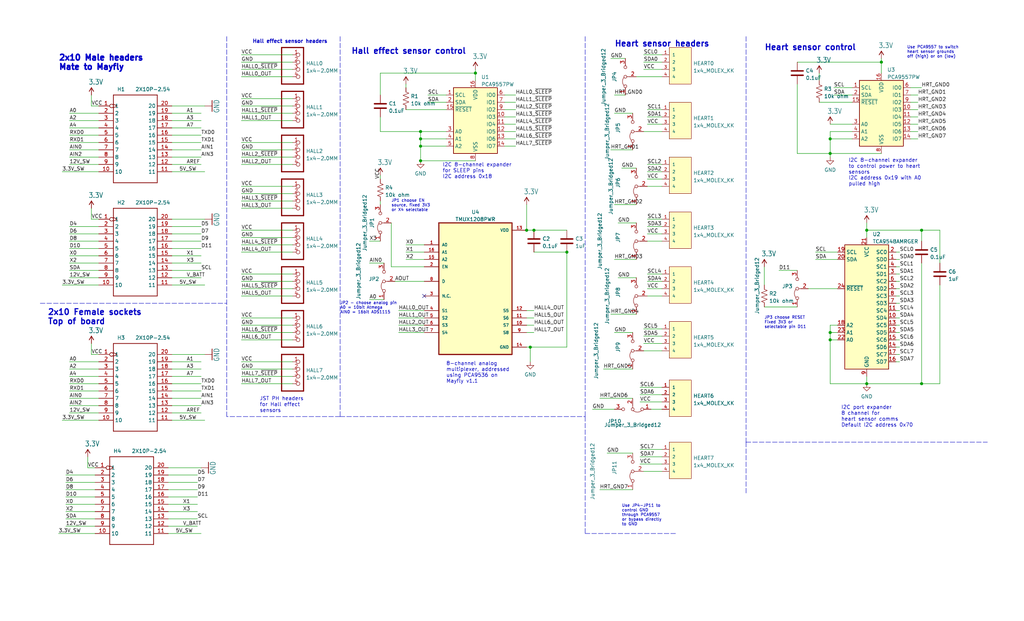
<source format=kicad_sch>
(kicad_sch (version 20211123) (generator eeschema)
  (paper "USLegal")
  (title_block (title "Mayfly adapter") (date "2022-09-30") (rev "A"))
  (junction (at 165.1 25.4))
  (junction (at 288.29 53.34))
  (junction (at 182.88 80.01))
  (junction (at 320.04 133.35))
  (junction (at 306.07 21.59))
  (junction (at 185.42 80.01))
  (junction (at 184.15 120.65))
  (junction (at 146.05 48.26))
  (junction (at 146.05 55.88))
  (junction (at 146.05 45.72))
  (junction (at 320.04 80.01))
  (junction (at 288.29 115.57))
  (junction (at 300.99 133.35))
  (junction (at 300.99 80.01))
  (junction (at 288.29 48.26))
  (junction (at 288.29 118.11))
  (junction (at 196.85 87.63))
  (junction (at 146.05 50.8))
  (no_connect (at 147.32 102.87))
  (wire (pts (xy 58.42 175.26) (xy 68.58 175.26)))
  (wire (pts (xy 24.13 125.73) (xy 34.29 125.73)))
  (wire (pts (xy 83.82 133.35) (xy 101.6 133.35)))
  (wire (pts (xy 300.99 77.47) (xy 300.99 80.01)))
  (wire (pts (xy 59.69 133.35) (xy 69.85 133.35)))
  (wire (pts (xy 59.69 91.44) (xy 69.85 91.44)))
  (wire (pts (xy 128.27 83.82) (xy 132.08 83.82)))
  (wire (pts (xy 224.79 97.79) (xy 229.87 97.79)))
  (wire (pts (xy 175.26 43.18) (xy 179.07 43.18)))
  (wire (pts (xy 83.82 72.39) (xy 101.6 72.39)))
  (wire (pts (xy 306.07 20.32) (xy 306.07 21.59)))
  (wire (pts (xy 83.82 85.09) (xy 101.6 85.09)))
  (wire (pts (xy 326.39 99.06) (xy 326.39 133.35)))
  (wire (pts (xy 270.51 93.98) (xy 276.86 93.98)))
  (wire (pts (xy 33.02 162.56) (xy 30.48 162.56)))
  (polyline (pts (xy 203.2 185.42) (xy 234.95 185.42)))
  (wire (pts (xy 276.86 53.34) (xy 288.29 53.34)))
  (wire (pts (xy 175.26 45.72) (xy 179.07 45.72)))
  (wire (pts (xy 311.15 102.87) (xy 312.42 102.87)))
  (wire (pts (xy 146.05 50.8) (xy 154.94 50.8)))
  (wire (pts (xy 311.15 118.11) (xy 312.42 118.11)))
  (wire (pts (xy 58.42 170.18) (xy 68.58 170.18)))
  (wire (pts (xy 226.06 142.24) (xy 229.87 142.24)))
  (wire (pts (xy 224.79 76.2) (xy 229.87 76.2)))
  (wire (pts (xy 59.69 96.52) (xy 69.85 96.52)))
  (wire (pts (xy 34.29 36.83) (xy 31.75 36.83)))
  (polyline (pts (xy 203.2 12.7) (xy 203.2 144.78)))
  (wire (pts (xy 33.02 177.8) (xy 22.86 177.8)))
  (wire (pts (xy 59.69 135.89) (xy 69.85 135.89)))
  (wire (pts (xy 320.04 80.01) (xy 326.39 80.01)))
  (wire (pts (xy 224.79 57.15) (xy 229.87 57.15)))
  (wire (pts (xy 34.29 138.43) (xy 24.13 138.43)))
  (polyline (pts (xy 118.11 144.78) (xy 203.2 144.78)))
  (wire (pts (xy 326.39 133.35) (xy 320.04 133.35)))
  (wire (pts (xy 83.82 39.37) (xy 101.6 39.37)))
  (wire (pts (xy 135.89 92.71) (xy 147.32 92.71)))
  (wire (pts (xy 24.13 41.91) (xy 34.29 41.91)))
  (wire (pts (xy 59.69 49.53) (xy 69.85 49.53)))
  (wire (pts (xy 34.29 81.28) (xy 24.13 81.28)))
  (wire (pts (xy 222.25 137.16) (xy 229.87 137.16)))
  (wire (pts (xy 59.69 143.51) (xy 69.85 143.51)))
  (wire (pts (xy 59.69 57.15) (xy 69.85 57.15)))
  (polyline (pts (xy 203.2 144.78) (xy 203.2 185.42)))
  (wire (pts (xy 220.98 26.67) (xy 229.87 26.67)))
  (wire (pts (xy 175.26 38.1) (xy 179.07 38.1)))
  (wire (pts (xy 34.29 78.74) (xy 24.13 78.74)))
  (wire (pts (xy 288.29 115.57) (xy 288.29 118.11)))
  (wire (pts (xy 69.85 41.91) (xy 59.69 41.91)))
  (wire (pts (xy 83.82 102.87) (xy 101.6 102.87)))
  (wire (pts (xy 59.69 130.81) (xy 69.85 130.81)))
  (wire (pts (xy 289.56 30.48) (xy 295.91 30.48)))
  (wire (pts (xy 59.69 123.19) (xy 71.12 123.19)))
  (wire (pts (xy 288.29 48.26) (xy 295.91 48.26)))
  (wire (pts (xy 185.42 80.01) (xy 182.88 80.01)))
  (wire (pts (xy 59.69 88.9) (xy 69.85 88.9)))
  (wire (pts (xy 83.82 82.55) (xy 101.6 82.55)))
  (wire (pts (xy 59.69 125.73) (xy 69.85 125.73)))
  (wire (pts (xy 146.05 48.26) (xy 146.05 50.8)))
  (wire (pts (xy 34.29 135.89) (xy 24.13 135.89)))
  (wire (pts (xy 224.79 78.74) (xy 229.87 78.74)))
  (wire (pts (xy 154.94 45.72) (xy 146.05 45.72)))
  (wire (pts (xy 34.29 91.44) (xy 24.13 91.44)))
  (wire (pts (xy 222.25 134.62) (xy 229.87 134.62)))
  (wire (pts (xy 83.82 36.83) (xy 101.6 36.83)))
  (wire (pts (xy 132.08 25.4) (xy 132.08 33.02)))
  (wire (pts (xy 24.13 128.27) (xy 34.29 128.27)))
  (wire (pts (xy 222.25 161.29) (xy 229.87 161.29)))
  (wire (pts (xy 34.29 49.53) (xy 24.13 49.53)))
  (wire (pts (xy 175.26 35.56) (xy 179.07 35.56)))
  (wire (pts (xy 213.36 71.12) (xy 220.98 71.12)))
  (wire (pts (xy 83.82 115.57) (xy 101.6 115.57)))
  (wire (pts (xy 83.82 67.31) (xy 101.6 67.31)))
  (wire (pts (xy 138.43 113.03) (xy 147.32 113.03)))
  (wire (pts (xy 83.82 87.63) (xy 101.6 87.63)))
  (wire (pts (xy 311.15 123.19) (xy 312.42 123.19)))
  (wire (pts (xy 24.13 130.81) (xy 34.29 130.81)))
  (wire (pts (xy 212.09 20.32) (xy 217.17 20.32)))
  (wire (pts (xy 175.26 50.8) (xy 179.07 50.8)))
  (wire (pts (xy 31.75 33.02) (xy 31.75 36.83)))
  (wire (pts (xy 223.52 21.59) (xy 229.87 21.59)))
  (wire (pts (xy 295.91 45.72) (xy 288.29 45.72)))
  (wire (pts (xy 283.21 87.63) (xy 290.83 87.63)))
  (wire (pts (xy 316.23 48.26) (xy 318.77 48.26)))
  (wire (pts (xy 148.59 35.56) (xy 154.94 35.56)))
  (polyline (pts (xy 118.11 144.78) (xy 78.74 144.78)))
  (wire (pts (xy 132.08 45.72) (xy 146.05 45.72)))
  (wire (pts (xy 30.48 158.75) (xy 30.48 162.56)))
  (wire (pts (xy 34.29 133.35) (xy 24.13 133.35)))
  (wire (pts (xy 83.82 100.33) (xy 101.6 100.33)))
  (wire (pts (xy 59.69 52.07) (xy 69.85 52.07)))
  (wire (pts (xy 83.82 97.79) (xy 101.6 97.79)))
  (wire (pts (xy 58.42 172.72) (xy 68.58 172.72)))
  (polyline (pts (xy 259.08 153.67) (xy 342.9 153.67)))
  (wire (pts (xy 59.69 59.69) (xy 71.12 59.69)))
  (wire (pts (xy 182.88 71.12) (xy 182.88 80.01)))
  (wire (pts (xy 146.05 50.8) (xy 146.05 55.88)))
  (wire (pts (xy 83.82 69.85) (xy 101.6 69.85)))
  (wire (pts (xy 83.82 19.05) (xy 101.6 19.05)))
  (wire (pts (xy 34.29 76.2) (xy 31.75 76.2)))
  (wire (pts (xy 140.97 90.17) (xy 147.32 90.17)))
  (wire (pts (xy 146.05 55.88) (xy 165.1 55.88)))
  (wire (pts (xy 316.23 40.64) (xy 318.77 40.64)))
  (wire (pts (xy 288.29 45.72) (xy 288.29 48.26)))
  (wire (pts (xy 224.79 59.69) (xy 229.87 59.69)))
  (wire (pts (xy 300.99 80.01) (xy 320.04 80.01)))
  (wire (pts (xy 132.08 40.64) (xy 132.08 45.72)))
  (wire (pts (xy 196.85 120.65) (xy 184.15 120.65)))
  (wire (pts (xy 213.36 33.02) (xy 217.17 33.02)))
  (wire (pts (xy 34.29 83.82) (xy 24.13 83.82)))
  (wire (pts (xy 182.88 110.49) (xy 185.42 110.49)))
  (wire (pts (xy 182.88 113.03) (xy 185.42 113.03)))
  (polyline (pts (xy 259.08 153.67) (xy 259.08 171.45)))
  (wire (pts (xy 288.29 53.34) (xy 306.07 53.34)))
  (wire (pts (xy 59.69 46.99) (xy 69.85 46.99)))
  (wire (pts (xy 132.08 60.96) (xy 132.08 62.23)))
  (wire (pts (xy 33.02 180.34) (xy 22.86 180.34)))
  (wire (pts (xy 224.79 81.28) (xy 229.87 81.28)))
  (wire (pts (xy 132.08 25.4) (xy 165.1 25.4)))
  (wire (pts (xy 316.23 43.18) (xy 318.77 43.18)))
  (wire (pts (xy 83.82 41.91) (xy 101.6 41.91)))
  (wire (pts (xy 283.21 90.17) (xy 290.83 90.17)))
  (wire (pts (xy 83.82 110.49) (xy 101.6 110.49)))
  (polyline (pts (xy 78.74 12.7) (xy 78.74 105.41)))
  (wire (pts (xy 210.82 157.48) (xy 219.71 157.48)))
  (wire (pts (xy 311.15 95.25) (xy 312.42 95.25)))
  (wire (pts (xy 223.52 19.05) (xy 229.87 19.05)))
  (wire (pts (xy 222.25 139.7) (xy 229.87 139.7)))
  (polyline (pts (xy 13.97 105.41) (xy 78.74 105.41)))
  (wire (pts (xy 185.42 87.63) (xy 196.85 87.63)))
  (wire (pts (xy 214.63 96.52) (xy 220.98 96.52)))
  (wire (pts (xy 222.25 156.21) (xy 229.87 156.21)))
  (wire (pts (xy 59.69 78.74) (xy 69.85 78.74)))
  (wire (pts (xy 34.29 123.19) (xy 31.75 123.19)))
  (wire (pts (xy 34.29 140.97) (xy 24.13 140.97)))
  (wire (pts (xy 59.69 86.36) (xy 69.85 86.36)))
  (wire (pts (xy 209.55 128.27) (xy 219.71 128.27)))
  (wire (pts (xy 182.88 107.95) (xy 185.42 107.95)))
  (wire (pts (xy 223.52 116.84) (xy 229.87 116.84)))
  (wire (pts (xy 34.29 54.61) (xy 24.13 54.61)))
  (wire (pts (xy 83.82 34.29) (xy 101.6 34.29)))
  (wire (pts (xy 34.29 52.07) (xy 24.13 52.07)))
  (wire (pts (xy 288.29 113.03) (xy 288.29 115.57)))
  (polyline (pts (xy 78.74 144.78) (xy 78.74 105.41)))
  (wire (pts (xy 175.26 48.26) (xy 179.07 48.26)))
  (wire (pts (xy 146.05 45.72) (xy 146.05 48.26)))
  (wire (pts (xy 69.85 128.27) (xy 59.69 128.27)))
  (wire (pts (xy 83.82 113.03) (xy 101.6 113.03)))
  (wire (pts (xy 83.82 80.01) (xy 101.6 80.01)))
  (wire (pts (xy 34.29 146.05) (xy 21.59 146.05)))
  (wire (pts (xy 265.43 106.68) (xy 276.86 106.68)))
  (wire (pts (xy 34.29 59.69) (xy 21.59 59.69)))
  (wire (pts (xy 212.09 109.22) (xy 220.98 109.22)))
  (wire (pts (xy 58.42 165.1) (xy 68.58 165.1)))
  (wire (pts (xy 311.15 115.57) (xy 312.42 115.57)))
  (wire (pts (xy 208.28 170.18) (xy 219.71 170.18)))
  (wire (pts (xy 140.97 29.21) (xy 140.97 30.48)))
  (wire (pts (xy 224.79 100.33) (xy 229.87 100.33)))
  (wire (pts (xy 311.15 105.41) (xy 312.42 105.41)))
  (wire (pts (xy 59.69 146.05) (xy 71.12 146.05)))
  (wire (pts (xy 83.82 57.15) (xy 101.6 57.15)))
  (wire (pts (xy 224.79 95.25) (xy 229.87 95.25)))
  (wire (pts (xy 175.26 40.64) (xy 179.07 40.64)))
  (wire (pts (xy 33.02 170.18) (xy 22.86 170.18)))
  (wire (pts (xy 306.07 21.59) (xy 306.07 25.4)))
  (wire (pts (xy 59.69 76.2) (xy 71.12 76.2)))
  (wire (pts (xy 135.89 77.47) (xy 135.89 92.71)))
  (wire (pts (xy 265.43 99.06) (xy 265.43 92.71)))
  (wire (pts (xy 284.48 25.4) (xy 284.48 27.94)))
  (wire (pts (xy 140.97 87.63) (xy 147.32 87.63)))
  (wire (pts (xy 58.42 185.42) (xy 69.85 185.42)))
  (wire (pts (xy 83.82 64.77) (xy 101.6 64.77)))
  (wire (pts (xy 83.82 128.27) (xy 101.6 128.27)))
  (wire (pts (xy 59.69 44.45) (xy 69.85 44.45)))
  (wire (pts (xy 132.08 69.85) (xy 132.08 71.12)))
  (wire (pts (xy 83.82 21.59) (xy 101.6 21.59)))
  (wire (pts (xy 280.67 100.33) (xy 290.83 100.33)))
  (wire (pts (xy 223.52 45.72) (xy 229.87 45.72)))
  (wire (pts (xy 34.29 96.52) (xy 24.13 96.52)))
  (wire (pts (xy 311.15 90.17) (xy 312.42 90.17)))
  (wire (pts (xy 205.74 142.24) (xy 213.36 142.24)))
  (wire (pts (xy 311.15 92.71) (xy 312.42 92.71)))
  (wire (pts (xy 34.29 46.99) (xy 24.13 46.99)))
  (wire (pts (xy 316.23 45.72) (xy 318.77 45.72)))
  (wire (pts (xy 58.42 167.64) (xy 68.58 167.64)))
  (wire (pts (xy 311.15 107.95) (xy 312.42 107.95)))
  (wire (pts (xy 24.13 39.37) (xy 34.29 39.37)))
  (wire (pts (xy 224.79 83.82) (xy 229.87 83.82)))
  (wire (pts (xy 83.82 95.25) (xy 101.6 95.25)))
  (wire (pts (xy 223.52 24.13) (xy 229.87 24.13)))
  (wire (pts (xy 33.02 182.88) (xy 22.86 182.88)))
  (wire (pts (xy 59.69 81.28) (xy 69.85 81.28)))
  (wire (pts (xy 320.04 80.01) (xy 320.04 83.82)))
  (wire (pts (xy 59.69 140.97) (xy 69.85 140.97)))
  (wire (pts (xy 34.29 143.51) (xy 24.13 143.51)))
  (wire (pts (xy 83.82 130.81) (xy 101.6 130.81)))
  (wire (pts (xy 288.29 48.26) (xy 288.29 53.34)))
  (wire (pts (xy 288.29 133.35) (xy 300.99 133.35)))
  (wire (pts (xy 58.42 182.88) (xy 68.58 182.88)))
  (wire (pts (xy 311.15 97.79) (xy 312.42 97.79)))
  (wire (pts (xy 185.42 80.01) (xy 196.85 80.01)))
  (wire (pts (xy 165.1 24.13) (xy 165.1 25.4)))
  (wire (pts (xy 311.15 113.03) (xy 312.42 113.03)))
  (wire (pts (xy 224.79 43.18) (xy 229.87 43.18)))
  (wire (pts (xy 182.88 115.57) (xy 185.42 115.57)))
  (wire (pts (xy 33.02 172.72) (xy 22.86 172.72)))
  (wire (pts (xy 83.82 125.73) (xy 101.6 125.73)))
  (wire (pts (xy 58.42 177.8) (xy 68.58 177.8)))
  (wire (pts (xy 224.79 38.1) (xy 229.87 38.1)))
  (wire (pts (xy 182.88 120.65) (xy 184.15 120.65)))
  (wire (pts (xy 215.9 58.42) (xy 220.98 58.42)))
  (wire (pts (xy 222.25 158.75) (xy 229.87 158.75)))
  (wire (pts (xy 316.23 35.56) (xy 318.77 35.56)))
  (wire (pts (xy 311.15 125.73) (xy 312.42 125.73)))
  (wire (pts (xy 33.02 165.1) (xy 22.86 165.1)))
  (wire (pts (xy 290.83 118.11) (xy 288.29 118.11)))
  (wire (pts (xy 59.69 138.43) (xy 69.85 138.43)))
  (wire (pts (xy 290.83 113.03) (xy 288.29 113.03)))
  (wire (pts (xy 295.91 35.56) (xy 284.48 35.56)))
  (wire (pts (xy 311.15 110.49) (xy 312.42 110.49)))
  (wire (pts (xy 196.85 87.63) (xy 196.85 120.65)))
  (wire (pts (xy 140.97 85.09) (xy 147.32 85.09)))
  (wire (pts (xy 138.43 115.57) (xy 147.32 115.57)))
  (wire (pts (xy 224.79 62.23) (xy 229.87 62.23)))
  (wire (pts (xy 316.23 33.02) (xy 318.77 33.02)))
  (wire (pts (xy 224.79 40.64) (xy 229.87 40.64)))
  (wire (pts (xy 326.39 80.01) (xy 326.39 91.44)))
  (wire (pts (xy 83.82 49.53) (xy 101.6 49.53)))
  (wire (pts (xy 276.86 29.21) (xy 276.86 53.34)))
  (wire (pts (xy 137.16 97.79) (xy 147.32 97.79)))
  (wire (pts (xy 214.63 77.47) (xy 220.98 77.47)))
  (wire (pts (xy 311.15 87.63) (xy 312.42 87.63)))
  (wire (pts (xy 311.15 100.33) (xy 312.42 100.33)))
  (wire (pts (xy 58.42 180.34) (xy 68.58 180.34)))
  (wire (pts (xy 31.75 119.38) (xy 31.75 123.19)))
  (wire (pts (xy 128.27 104.14) (xy 133.35 104.14)))
  (wire (pts (xy 59.69 99.06) (xy 71.12 99.06)))
  (wire (pts (xy 223.52 121.92) (xy 229.87 121.92)))
  (polyline (pts (xy 259.08 12.7) (xy 259.08 153.67)))
  (wire (pts (xy 33.02 167.64) (xy 22.86 167.64)))
  (wire (pts (xy 223.52 163.83) (xy 229.87 163.83)))
  (wire (pts (xy 288.29 118.11) (xy 288.29 133.35)))
  (wire (pts (xy 128.27 91.44) (xy 133.35 91.44)))
  (wire (pts (xy 316.23 38.1) (xy 318.77 38.1)))
  (wire (pts (xy 213.36 39.37) (xy 219.71 39.37)))
  (wire (pts (xy 59.69 83.82) (xy 69.85 83.82)))
  (wire (pts (xy 276.86 21.59) (xy 306.07 21.59)))
  (wire (pts (xy 138.43 110.49) (xy 147.32 110.49)))
  (wire (pts (xy 165.1 25.4) (xy 165.1 27.94)))
  (wire (pts (xy 212.09 52.07) (xy 219.71 52.07)))
  (wire (pts (xy 58.42 162.56) (xy 69.85 162.56)))
  (wire (pts (xy 34.29 93.98) (xy 24.13 93.98)))
  (wire (pts (xy 208.28 138.43) (xy 219.71 138.43)))
  (wire (pts (xy 33.02 185.42) (xy 20.32 185.42)))
  (wire (pts (xy 59.69 93.98) (xy 69.85 93.98)))
  (wire (pts (xy 213.36 115.57) (xy 219.71 115.57)))
  (wire (pts (xy 34.29 88.9) (xy 24.13 88.9)))
  (wire (pts (xy 223.52 119.38) (xy 229.87 119.38)))
  (polyline (pts (xy 118.11 12.7) (xy 118.11 144.78)))
  (wire (pts (xy 288.29 43.18) (xy 295.91 43.18)))
  (wire (pts (xy 24.13 44.45) (xy 34.29 44.45)))
  (wire (pts (xy 213.36 90.17) (xy 220.98 90.17)))
  (wire (pts (xy 300.99 130.81) (xy 300.99 133.35)))
  (wire (pts (xy 154.94 38.1) (xy 140.97 38.1)))
  (wire (pts (xy 146.05 48.26) (xy 154.94 48.26)))
  (wire (pts (xy 34.29 57.15) (xy 24.13 57.15)))
  (wire (pts (xy 289.56 33.02) (xy 295.91 33.02)))
  (wire (pts (xy 148.59 33.02) (xy 154.94 33.02)))
  (wire (pts (xy 290.83 115.57) (xy 288.29 115.57)))
  (wire (pts (xy 31.75 72.39) (xy 31.75 76.2)))
  (wire (pts (xy 59.69 39.37) (xy 69.85 39.37)))
  (wire (pts (xy 33.02 175.26) (xy 22.86 175.26)))
  (wire (pts (xy 83.82 118.11) (xy 101.6 118.11)))
  (wire (pts (xy 184.15 120.65) (xy 184.15 125.73)))
  (wire (pts (xy 311.15 120.65) (xy 312.42 120.65)))
  (wire (pts (xy 288.29 53.34) (xy 288.29 54.61)))
  (wire (pts (xy 138.43 107.95) (xy 147.32 107.95)))
  (wire (pts (xy 34.29 99.06) (xy 21.59 99.06)))
  (wire (pts (xy 223.52 114.3) (xy 229.87 114.3)))
  (wire (pts (xy 320.04 133.35) (xy 300.99 133.35)))
  (wire (pts (xy 316.23 30.48) (xy 320.04 30.48)))
  (wire (pts (xy 224.79 64.77) (xy 229.87 64.77)))
  (wire (pts (xy 34.29 86.36) (xy 24.13 86.36)))
  (wire (pts (xy 59.69 54.61) (xy 69.85 54.61)))
  (wire (pts (xy 320.04 91.44) (xy 320.04 133.35)))
  (wire (pts (xy 83.82 52.07) (xy 101.6 52.07)))
  (wire (pts (xy 83.82 26.67) (xy 101.6 26.67)))
  (wire (pts (xy 224.79 102.87) (xy 229.87 102.87)))
  (wire (pts (xy 83.82 54.61) (xy 101.6 54.61)))
  (wire (pts (xy 300.99 80.01) (xy 300.99 82.55)))
  (wire (pts (xy 59.69 36.83) (xy 71.12 36.83)))
  (wire (pts (xy 175.26 33.02) (xy 179.07 33.02)))
  (wire (pts (xy 83.82 24.13) (xy 101.6 24.13)))
  (text "Hall effect sensor headers" (at 87.63 15.24 0) (effects (font (size 1.27 1.27) bold) (justify left bottom)))
  (text "Use JP4-JP11 to\ncontrol GND\nthrough PCA9557\nor bypass directly\nto GND" (at 215.9 182.88 0) (effects (font (size 1 1)) (justify left bottom)))
  (text "JST PH headers\nfor Hall effect\nsensors" (at 90.17 143.51 0) (effects (font (size 1.27 1.27)) (justify left bottom)))
  (text "I2C port expander\n8 channel for \nheart sensor comms\nDefault I2C address 0x70" (at 292.1 148.59 0) (effects (font (size 1.27 1.27)) (justify left bottom)))
  (text "JP1 choose EN \nsource, fixed 3V3\nor X4 selectable" (at 135.89 73.66 0) (effects (font (size 1 1)) (justify left bottom)))
  (text "2x10 Female sockets\nTop of board" (at 16.51 113.03 0) (effects (font (size 2 2) bold) (justify left bottom)))
  (text "JP2 - choose analog pin\nA0 = 10bit Atmega\nAIN0 = 16bit ADS1115" (at 118.11 109.22 0) (effects (font (size 1 1)) (justify left bottom)))
  (text "JP3 choose RESET\nFixed 3V3 or\nselectable pin D11" (at 265.43 114.3 0) (effects (font (size 1 1)) (justify left bottom)))
  (text "Heart sensor headers" (at 213.36 16.51 0) (effects (font (size 2 2) (thickness 0.4) bold) (justify left bottom)))
  (text "I2C 8-channel expander\nfor SLEEP pins\nI2C address 0x18" (at 153.67 62.23 0) (effects (font (size 1.27 1.27)) (justify left bottom)))
  (text "Hall effect sensor control" (at 121.92 19.05 0) (effects (font (size 2 2) (thickness 0.4) bold) (justify left bottom)))
  (text "8-channel analog\nmultiplexer, addressed\nusing PCA9536 on \nMayfly v1.1" (at 154.94 133.35 0) (effects (font (size 1.27 1.27)) (justify left bottom)))
  (text "Heart sensor control" (at 265.43 17.78 0) (effects (font (size 2 2) (thickness 0.4) bold) (justify left bottom)))
  (text "Use PCA9557 to switch\nheart sensor grounds\noff (high) or on (low)" (at 314.96 20.32 0) (effects (font (size 1 1)) (justify left bottom)))
  (text "I2C 8-channel expander\nto control power to heart\nsensors\nI2C address 0x19 with A0\npulled high" (at 294.64 64.77 0) (effects (font (size 1.27 1.27)) (justify left bottom)))
  (text "2x10 Male headers\nMate to Mayfly" (at 20.32 19.05 180) (effects (font (size 2 2) (thickness 0.6477) bold) (justify left top)))
  (label "D11" (at 68.58 172.72 0) (effects (font (size 1.2446 1.2446))))
  (label "SDA" (at 22.86 180.34 0) (effects (font (size 1.2446 1.2446))))
  (label "HALL7_OUT" (at 185.42 115.57 0))
  (label "GND" (at 215.9 58.42 0))
  (label "HALL6_~{SLEEP}" (at 179.07 48.26 0))
  (label "SCL2" (at 224.79 57.15 0))
  (label "HALL3_~{SLEEP}" (at 83.82 69.85 0))
  (label "SDA6" (at 222.25 137.16 0))
  (label "HRT_GND1" (at 212.09 52.07 0))
  (label "SCL4" (at 224.79 95.25 0))
  (label "SCL6" (at 222.25 134.62 0))
  (label "SCL6" (at 312.42 118.11 0))
  (label "RXD1" (at 24.13 49.53 0) (effects (font (size 1.2446 1.2446))))
  (label "AIN1" (at 69.85 138.43 0) (effects (font (size 1.2446 1.2446))))
  (label "VCC" (at 83.82 125.73 0))
  (label "X2" (at 140.97 90.17 0))
  (label "SCL7" (at 312.42 123.19 0))
  (label "VCC" (at 224.79 100.33 0))
  (label "SCL4" (at 312.42 107.95 0))
  (label "D7" (at 69.85 81.28 0) (effects (font (size 1.2446 1.2446))))
  (label "VCC" (at 83.82 95.25 0))
  (label "V_BATT" (at 64.77 96.52 0) (effects (font (size 1.2446 1.2446))))
  (label "VCC" (at 83.82 49.53 0))
  (label "SDA" (at 148.59 35.56 0))
  (label "A1" (at 64.77 125.73 0) (effects (font (size 1.2446 1.2446))))
  (label "X3" (at 128.27 83.82 0))
  (label "GND" (at 83.82 128.27 0))
  (label "HALL6_OUT" (at 185.42 113.03 0))
  (label "SCL" (at 148.59 33.02 0))
  (label "RXD1" (at 24.13 135.89 0) (effects (font (size 1.2446 1.2446))))
  (label "VCC" (at 223.52 24.13 0))
  (label "HALL0_~{SLEEP}" (at 83.82 24.13 0))
  (label "SCL7" (at 222.25 156.21 0))
  (label "VCC" (at 224.79 81.28 0))
  (label "X2" (at 22.86 177.8 0) (effects (font (size 1.2446 1.2446))))
  (label "HALL4_OUT" (at 185.42 107.95 0))
  (label "VCC" (at 31.75 36.83 0))
  (label "SCL5" (at 223.52 114.3 0))
  (label "D6" (at 22.86 167.64 0) (effects (font (size 1.2446 1.2446))))
  (label "D10" (at 24.13 86.36 0) (effects (font (size 1.2446 1.2446))))
  (label "GND" (at 83.82 36.83 0))
  (label "SCL3" (at 312.42 102.87 0))
  (label "HRT_GND7" (at 208.28 170.18 0))
  (label "GND" (at 212.09 20.32 0))
  (label "A1" (at 64.77 39.37 0) (effects (font (size 1.2446 1.2446))))
  (label "X3" (at 63.5 177.8 0) (effects (font (size 1.2446 1.2446))))
  (label "SDA" (at 283.21 90.17 0))
  (label "SDA3" (at 312.42 105.41 0))
  (label "AREF" (at 64.77 57.15 0) (effects (font (size 1.2446 1.2446))))
  (label "SDA5" (at 223.52 116.84 0))
  (label "D9" (at 69.85 83.82 0) (effects (font (size 1.2446 1.2446))))
  (label "D7" (at 68.58 167.64 0) (effects (font (size 1.2446 1.2446))))
  (label "5V_SW" (at 60.96 185.42 0) (effects (font (size 1.2446 1.2446))))
  (label "D9" (at 68.58 170.18 0) (effects (font (size 1.2446 1.2446))))
  (label "12V_SW" (at 22.86 182.88 0) (effects (font (size 1.2446 1.2446))))
  (label "SDA1" (at 312.42 95.25 0))
  (label "V_BATT" (at 63.5 182.88 0) (effects (font (size 1.2446 1.2446))))
  (label "HRT_GND1" (at 318.77 33.02 0))
  (label "HALL0_OUT" (at 138.43 107.95 0))
  (label "HALL5_OUT" (at 185.42 110.49 0))
  (label "3.3V_SW" (at 20.32 185.42 0) (effects (font (size 1.2446 1.2446))))
  (label "SDA3" (at 224.79 78.74 0))
  (label "GND" (at 83.82 82.55 0))
  (label "GND" (at 205.74 142.24 0))
  (label "SDA4" (at 312.42 110.49 0))
  (label "SCL" (at 289.56 30.48 0))
  (label "3.3V_SW" (at 21.59 99.06 0) (effects (font (size 1.2446 1.2446))))
  (label "AIN3" (at 69.85 140.97 0) (effects (font (size 1.2446 1.2446))))
  (label "SCL5" (at 312.42 113.03 0))
  (label "RXD0" (at 24.13 46.99 0) (effects (font (size 1.2446 1.2446))))
  (label "D10" (at 22.86 172.72 0) (effects (font (size 1.2446 1.2446))))
  (label "HRT_GND0" (at 213.36 33.02 0))
  (label "SCL" (at 69.85 93.98 0) (effects (font (size 1.2446 1.2446))))
  (label "D5" (at 68.58 165.1 0) (effects (font (size 1.2446 1.2446))))
  (label "HALL2_OUT" (at 138.43 113.03 0))
  (label "VCC" (at 83.82 19.05 0))
  (label "A3" (at 64.77 41.91 0) (effects (font (size 1.2446 1.2446))))
  (label "A2" (at 24.13 128.27 0) (effects (font (size 1.2446 1.2446))))
  (label "HALL5_~{SLEEP}" (at 179.07 45.72 0))
  (label "AOUT" (at 137.16 97.79 0))
  (label "VCC" (at 83.82 110.49 0))
  (label "HRT_GND0" (at 320.04 30.48 0))
  (label "HALL3_~{SLEEP}" (at 179.07 40.64 0))
  (label "GND" (at 83.82 113.03 0))
  (label "X3" (at 64.77 91.44 0) (effects (font (size 1.2446 1.2446))))
  (label "SDA5" (at 312.42 115.57 0))
  (label "AREF" (at 64.77 143.51 0) (effects (font (size 1.2446 1.2446))))
  (label "HALL0_~{SLEEP}" (at 179.07 33.02 0))
  (label "5V_SW" (at 62.23 146.05 0) (effects (font (size 1.2446 1.2446))))
  (label "A0" (at 24.13 39.37 0) (effects (font (size 1.2446 1.2446))))
  (label "VCC" (at 224.79 62.23 0))
  (label "HRT_GND6" (at 208.28 138.43 0))
  (label "12V_SW" (at 24.13 96.52 0) (effects (font (size 1.2446 1.2446))))
  (label "GND" (at 214.63 96.52 0))
  (label "D5" (at 69.85 78.74 0) (effects (font (size 1.2446 1.2446))))
  (label "SDA2" (at 224.79 59.69 0))
  (label "GND" (at 214.63 77.47 0))
  (label "D4" (at 22.86 165.1 0) (effects (font (size 1.2446 1.2446))))
  (label "D11" (at 270.51 93.98 0))
  (label "D4" (at 24.13 78.74 0) (effects (font (size 1.2446 1.2446))))
  (label "HRT_GND2" (at 318.77 35.56 0))
  (label "12V_SW" (at 24.13 143.51 0) (effects (font (size 1.2446 1.2446))))
  (label "SCL" (at 283.21 87.63 0))
  (label "SCL0" (at 312.42 87.63 0))
  (label "HRT_GND2" (at 213.36 71.12 0))
  (label "SCL3" (at 224.79 76.2 0))
  (label "5V_SW" (at 62.23 99.06 0) (effects (font (size 1.2446 1.2446))))
  (label "VCC" (at 31.75 76.2 0))
  (label "VCC" (at 31.75 123.19 0))
  (label "A4" (at 24.13 44.45 0) (effects (font (size 1.2446 1.2446))))
  (label "HALL6_~{SLEEP}" (at 83.82 115.57 0))
  (label "A7" (at 64.77 130.81 0) (effects (font (size 1.2446 1.2446))))
  (label "SDA0" (at 223.52 21.59 0))
  (label "VCC" (at 224.79 43.18 0))
  (label "AIN0" (at 24.13 52.07 0) (effects (font (size 1.2446 1.2446))))
  (label "AIN2" (at 24.13 54.61 0) (effects (font (size 1.2446 1.2446))))
  (label "HRT_GND4" (at 212.09 109.22 0))
  (label "VCC" (at 30.48 162.56 0))
  (label "HRT_GND5" (at 209.55 128.27 0))
  (label "AIN3" (at 69.85 54.61 0) (effects (font (size 1.2446 1.2446))))
  (label "D11" (at 69.85 86.36 0) (effects (font (size 1.2446 1.2446))))
  (label "X0" (at 140.97 85.09 0))
  (label "HALL0_OUT" (at 83.82 26.67 0))
  (label "TXD0" (at 69.85 46.99 0) (effects (font (size 1.2446 1.2446))))
  (label "SCL2" (at 312.42 97.79 0))
  (label "HALL2_OUT" (at 83.82 57.15 0))
  (label "AIN0" (at 24.13 138.43 0) (effects (font (size 1.2446 1.2446))))
  (label "HALL1_OUT" (at 83.82 41.91 0))
  (label "VCC" (at 222.25 161.29 0))
  (label "HALL3_OUT" (at 83.82 72.39 0))
  (label "X1" (at 140.97 87.63 0))
  (label "HALL5_~{SLEEP}" (at 83.82 100.33 0))
  (label "RXD0" (at 24.13 133.35 0) (effects (font (size 1.2446 1.2446))))
  (label "X2" (at 24.13 91.44 0) (effects (font (size 1.2446 1.2446))))
  (label "X1" (at 63.5 175.26 0) (effects (font (size 1.2446 1.2446))))
  (label "HALL2_~{SLEEP}" (at 83.82 54.61 0))
  (label "GND" (at 213.36 115.57 0))
  (label "AIN2" (at 24.13 140.97 0) (effects (font (size 1.2446 1.2446))))
  (label "HALL4_~{SLEEP}" (at 179.07 43.18 0))
  (label "GND" (at 213.36 39.37 0))
  (label "12V_SW" (at 24.13 57.15 0) (effects (font (size 1.2446 1.2446))))
  (label "HRT_GND6" (at 318.77 45.72 0))
  (label "3.3V_SW" (at 21.59 146.05 0) (effects (font (size 1.2446 1.2446))))
  (label "VCC" (at 83.82 64.77 0))
  (label "HRT_GND3" (at 318.77 38.1 0))
  (label "A2" (at 24.13 41.91 0) (effects (font (size 1.2446 1.2446))))
  (label "HALL3_OUT" (at 138.43 115.57 0))
  (label "VCC" (at 222.25 139.7 0))
  (label "HRT_GND4" (at 318.77 40.64 0))
  (label "5V_SW" (at 62.23 59.69 0) (effects (font (size 1.2446 1.2446))))
  (label "HALL7_OUT" (at 83.82 133.35 0))
  (label "SCL1" (at 312.42 92.71 0))
  (label "VCC" (at 83.82 80.01 0))
  (label "D8" (at 24.13 83.82 0) (effects (font (size 1.2446 1.2446))))
  (label "HALL7_~{SLEEP}" (at 179.07 50.8 0))
  (label "X1" (at 64.77 88.9 0) (effects (font (size 1.2446 1.2446))))
  (label "A0" (at 128.27 104.14 0))
  (label "SCL1" (at 224.79 38.1 0))
  (label "GND" (at 83.82 21.59 0))
  (label "HALL4_OUT" (at 83.82 87.63 0))
  (label "GND" (at 83.82 97.79 0))
  (label "HRT_GND5" (at 318.77 43.18 0))
  (label "AIN1" (at 69.85 52.07 0) (effects (font (size 1.2446 1.2446))))
  (label "GND" (at 83.82 67.31 0))
  (label "SDA4" (at 224.79 97.79 0))
  (label "SDA" (at 289.56 33.02 0))
  (label "HALL7_~{SLEEP}" (at 83.82 130.81 0))
  (label "SDA" (at 24.13 93.98 0) (effects (font (size 1.2446 1.2446))))
  (label "GND" (at 210.82 157.48 0))
  (label "TXD1" (at 69.85 49.53 0) (effects (font (size 1.2446 1.2446))))
  (label "SDA2" (at 312.42 100.33 0))
  (label "X0" (at 24.13 88.9 0) (effects (font (size 1.2446 1.2446))))
  (label "HALL1_OUT" (at 138.43 110.49 0))
  (label "HALL5_OUT" (at 83.82 102.87 0))
  (label "HALL6_OUT" (at 83.82 118.11 0))
  (label "HALL1_~{SLEEP}" (at 83.82 39.37 0))
  (label "HRT_GND7" (at 318.77 48.26 0))
  (label "HRT_GND3" (at 213.36 90.17 0))
  (label "TXD1" (at 69.85 135.89 0) (effects (font (size 1.2446 1.2446))))
  (label "3.3V_SW" (at 21.59 59.69 0) (effects (font (size 1.2446 1.2446))))
  (label "D8" (at 22.86 170.18 0) (effects (font (size 1.2446 1.2446))))
  (label "SCL0" (at 223.52 19.05 0))
  (label "X0" (at 22.86 175.26 0) (effects (font (size 1.2446 1.2446))))
  (label "VCC" (at 83.82 34.29 0))
  (label "TXD0" (at 69.85 133.35 0) (effects (font (size 1.2446 1.2446))))
  (label "VCC" (at 132.08 62.23 90))
  (label "A3" (at 64.77 128.27 0) (effects (font (size 1.2446 1.2446))))
  (label "SDA1" (at 224.79 40.64 0))
  (label "A0" (at 24.13 125.73 0) (effects (font (size 1.2446 1.2446))))
  (label "AIN0" (at 128.27 91.44 0))
  (label "GND" (at 83.82 52.07 0))
  (label "SDA6" (at 312.42 120.65 0))
  (label "HALL4_~{SLEEP}" (at 83.82 85.09 0))
  (label "SDA7" (at 312.42 125.73 0))
  (label "SDA7" (at 222.25 158.75 0))
  (label "D6" (at 24.13 81.28 0) (effects (font (size 1.2446 1.2446))))
  (label "A7" (at 64.77 44.45 0) (effects (font (size 1.2446 1.2446))))
  (label "HALL1_~{SLEEP}" (at 179.07 35.56 0))
  (label "SDA0" (at 312.42 90.17 0))
  (label "SCL" (at 68.58 180.34 0) (effects (font (size 1.2446 1.2446))))
  (label "HALL2_~{SLEEP}" (at 179.07 38.1 0))
  (label "VCC" (at 223.52 119.38 0))
  (label "A4" (at 24.13 130.81 0) (effects (font (size 1.2446 1.2446))))
  (symbol (lib_id "Mayfly_v1p0_revA3_public-eagle-import:DIP-BLACK-FEMALE-HEADER(2X10P-2.54)-2.54") (at 46.99 49.53 0) (unit 1)
    (property "Reference" "H1" (at 40.64 31.75 0) (effects (justify left bottom)))
    (property "Value" "2X10P-2.54" (at 46.99 31.75 0) (effects (justify left bottom)))
    (property "Footprint" "Mayfly_v1p0_revA3_public:H2X10-2.54" (effects hide))
  )
  (symbol (lib_id "Mayfly_v1p0_revA3_public-eagle-import:3.3V") (at 31.75 33.02 0) (unit 1)
    (property "Reference" "#SUPPLY0101" (effects hide))
    (property "Value" "3.3V" (at 30.734 29.464 0) (effects (font (size 1.778 1.5113)) (justify left bottom)))
    (property "Footprint" "Mayfly_v1p0_revA3_public:" (effects hide))
  )
  (symbol (lib_id "Interface_Expansion:PCA9557PW") (at 306.07 38.1 0) (unit 1)
    (property "Reference" "U3" (at 308.0894 24.2402 0) (effects (justify left)))
    (property "Value" "PCA9557PW" (at 308.0894 26.7771 0) (effects (justify left)))
    (property "Footprint" "Package_SO:TSSOP-16_4.4x5mm_P0.65mm" (effects hide))
    (property "Datasheet" "https://www.nxp.com/docs/en/data-sheet/PCA9557.pdf" (effects hide))
  )
  (symbol (lib_id "Jumper:Jumper_3_Bridged12") (at 219.71 142.24 180) (unit 1)
    (property "Reference" "JP10" (at 213.36 146.4046 0))
    (property "Value" "Jumper_3_Bridged12" (at 219.71 147.6715 0))
    (property "Footprint" "Jumper:SolderJumper-3_P1.3mm_Bridged12_RoundedPad1.0x1.5mm" (effects hide))
  )
  (symbol (lib_id "Miller_parts:1x4_MOLEX_KK") (at 234.95 40.64 0) (unit 1)
    (property "Reference" "HEART1" (at 240.7412 41.0753 0) (effects (justify left)))
    (property "Value" "1x4_MOLEX_KK" (at 240.7412 43.6122 0) (effects (justify left)))
    (property "Footprint" "MOLEX_KK_22-11-2042:MOLEX_22-11-2042" (effects hide))
    (property "MANUFACTURER" "MOLEX" (effects hide))
    (property "PARTREV" "BD7" (effects hide))
  )
  (symbol (lib_id "Mayfly_v1p0_revA3_public-eagle-import:3.3V") (at 265.43 92.71 0) (unit 1)
    (property "Reference" "#SUPPLY09" (effects hide))
    (property "Value" "3.3V" (at 264.414 89.154 0) (effects (font (size 1.778 1.5113)) (justify left bottom)))
    (property "Footprint" "Mayfly_v1p0_revA3_public:" (effects hide))
  )
  (symbol (lib_id "Miller_parts:1x4-2.0MM") (at 101.6 60.96 0) (unit 1)
    (property "Reference" "HALL2" (at 106.2482 52.5053 0) (effects (justify left)))
    (property "Value" "1x4-2.0MM" (at 106.2482 55.0422 0) (effects (justify left)))
    (property "Footprint" "Connectors_JST:JST_PH_B4B-PH-K_04x2.00mm_Straight" (effects hide))
  )
  (symbol (lib_id "Miller_parts:1x4-2.0MM") (at 101.6 121.92 0) (unit 1)
    (property "Reference" "HALL6" (at 106.2482 113.4653 0) (effects (justify left)))
    (property "Value" "1x4-2.0MM" (at 106.2482 116.0022 0) (effects (justify left)))
    (property "Footprint" "Connectors_JST:JST_PH_B4B-PH-K_04x2.00mm_Straight" (effects hide))
  )
  (symbol (lib_id "Mayfly_v1p0_revA3_public-eagle-import:3.3V") (at 31.75 119.38 0) (unit 1)
    (property "Reference" "#SUPPLY0103" (effects hide))
    (property "Value" "3.3V" (at 30.734 115.824 0) (effects (font (size 1.778 1.5113)) (justify left bottom)))
    (property "Footprint" "Mayfly_v1p0_revA3_public:" (effects hide))
  )
  (symbol (lib_id "Mayfly_v1p0_revA3_public-eagle-import:3.3V") (at 284.48 25.4 0) (unit 1)
    (property "Reference" "#SUPPLY010" (effects hide))
    (property "Value" "3.3V" (at 283.464 21.844 0) (effects (font (size 1.778 1.5113)) (justify left bottom)))
    (property "Footprint" "Mayfly_v1p0_revA3_public:" (effects hide))
  )
  (symbol (lib_id "TMUX1208PWR:TMUX1208PWR") (at 165.1 100.33 0) (unit 1)
    (property "Reference" "U4" (at 165.1 73.694 0))
    (property "Value" "TMUX1208PWR" (at 165.1 76.2309 0))
    (property "Footprint" "TMUX1208PWR:SOP65P640X120-16N" (effects hide))
  )
  (symbol (lib_id "Device:C") (at 185.42 83.82 0) (unit 1)
    (property "Reference" "C2" (at 188.341 82.9853 0) (effects (justify left)))
    (property "Value" "0.1uF" (at 188.341 85.5222 0) (effects (justify left)))
    (property "Footprint" "Capacitor_SMD:C_0603_1608Metric" (effects hide))
  )
  (symbol (lib_id "Miller_parts:1x4_MOLEX_KK") (at 234.95 21.59 0) (unit 1)
    (property "Reference" "HEART0" (at 240.7412 22.0253 0) (effects (justify left)))
    (property "Value" "1x4_MOLEX_KK" (at 240.7412 24.5622 0) (effects (justify left)))
    (property "Footprint" "MOLEX_KK_22-11-2042:MOLEX_22-11-2042" (effects hide))
    (property "MANUFACTURER" "MOLEX" (effects hide))
    (property "PARTREV" "BD7" (effects hide))
  )
  (symbol (lib_id "Mayfly_v1p0_revA3_public-eagle-import:DIP-BLACK-FEMALE-HEADER(2X10P-2.54)-2.54") (at 45.72 175.26 0) (unit 1)
    (property "Reference" "H4" (at 39.37 157.48 0) (effects (justify left bottom)))
    (property "Value" "2X10P-2.54" (at 45.72 157.48 0) (effects (justify left bottom)))
    (property "Footprint" "Mayfly_v1p0_revA3_public:H2X10-2.54" (effects hide))
  )
  (symbol (lib_id "Mayfly_v1p0_revA3_public-eagle-import:GND") (at 73.66 76.2 90) (unit 1)
    (property "Reference" "#GND0101" (effects hide))
    (property "Value" "GND" (at 76.2 78.74 0) (effects (font (size 1.778 1.5113)) (justify left bottom)))
    (property "Footprint" "Mayfly_v1p0_revA3_public:" (effects hide))
  )
  (symbol (lib_id "Jumper:Jumper_3_Bridged12") (at 133.35 97.79 90) (unit 1)
    (property "Reference" "JP2" (at 131.7239 96.9553 90) (effects (justify left)))
    (property "Value" "Jumper_3_Bridged12" (at 124.46 104.14 0) (effects (justify left)))
    (property "Footprint" "Jumper:SolderJumper-3_P1.3mm_Bridged12_RoundedPad1.0x1.5mm" (effects hide))
  )
  (symbol (lib_id "Device:C") (at 276.86 25.4 0) (unit 1)
    (property "Reference" "C4" (at 279.781 24.5653 0) (effects (justify left)))
    (property "Value" "0.1uF" (at 279.781 27.1022 0) (effects (justify left)))
    (property "Footprint" "Capacitor_SMD:C_0603_1608Metric" (effects hide))
  )
  (symbol (lib_id "Mayfly_v1p0_revA3_public-eagle-import:3.3V") (at 30.48 158.75 0) (unit 1)
    (property "Reference" "#SUPPLY0104" (effects hide))
    (property "Value" "3.3V" (at 29.464 155.194 0) (effects (font (size 1.778 1.5113)) (justify left bottom)))
    (property "Footprint" "Mayfly_v1p0_revA3_public:" (effects hide))
  )
  (symbol (lib_id "Mayfly_v1p0_revA3_public-eagle-import:3.3V") (at 306.07 20.32 0) (unit 1)
    (property "Reference" "#SUPPLY05" (effects hide))
    (property "Value" "3.3V" (at 305.054 16.764 0) (effects (font (size 1.778 1.5113)) (justify left bottom)))
    (property "Footprint" "Mayfly_v1p0_revA3_public:" (effects hide))
  )
  (symbol (lib_id "Device:C") (at 196.85 83.82 0) (unit 1)
    (property "Reference" "C3" (at 199.771 82.9853 0) (effects (justify left)))
    (property "Value" "1uF" (at 199.771 85.5222 0) (effects (justify left)))
    (property "Footprint" "Capacitor_SMD:C_0603_1608Metric" (effects hide))
  )
  (symbol (lib_id "Miller_parts:1x4_MOLEX_KK") (at 234.95 116.84 0) (unit 1)
    (property "Reference" "HEART5" (at 240.7412 117.2753 0) (effects (justify left)))
    (property "Value" "1x4_MOLEX_KK" (at 240.7412 119.8122 0) (effects (justify left)))
    (property "Footprint" "MOLEX_KK_22-11-2042:MOLEX_22-11-2042" (effects hide))
    (property "MANUFACTURER" "MOLEX" (effects hide))
    (property "PARTREV" "BD7" (effects hide))
  )
  (symbol (lib_id "Jumper:Jumper_3_Bridged12") (at 219.71 45.72 90) (unit 1)
    (property "Reference" "JP5" (at 214.63 44.45 0))
    (property "Value" "Jumper_3_Bridged12" (at 210.82 45.72 0))
    (property "Footprint" "Jumper:SolderJumper-3_P1.3mm_Bridged12_RoundedPad1.0x1.5mm" (effects hide))
  )
  (symbol (lib_id "Miller_parts:1x4-2.0MM") (at 101.6 76.2 0) (unit 1)
    (property "Reference" "HALL3" (at 106.2482 67.7453 0) (effects (justify left)))
    (property "Value" "1x4-2.0MM" (at 106.2482 70.2822 0) (effects (justify left)))
    (property "Footprint" "Connectors_JST:JST_PH_B4B-PH-K_04x2.00mm_Straight" (effects hide))
  )
  (symbol (lib_id "Miller_parts:1x4-2.0MM") (at 101.6 137.16 0) (unit 1)
    (property "Reference" "HALL7" (at 106.2482 128.7053 0) (effects (justify left)))
    (property "Value" "1x4-2.0MM" (at 106.2482 131.2422 0) (effects (justify left)))
    (property "Footprint" "Connectors_JST:JST_PH_B4B-PH-K_04x2.00mm_Straight" (effects hide))
  )
  (symbol (lib_id "Miller_parts:1x4_MOLEX_KK") (at 234.95 137.16 0) (unit 1)
    (property "Reference" "HEART6" (at 240.7412 137.5953 0) (effects (justify left)))
    (property "Value" "1x4_MOLEX_KK" (at 240.7412 140.1322 0) (effects (justify left)))
    (property "Footprint" "MOLEX_KK_22-11-2042:MOLEX_22-11-2042" (effects hide))
    (property "MANUFACTURER" "MOLEX" (effects hide))
    (property "PARTREV" "BD7" (effects hide))
  )
  (symbol (lib_id "Jumper:Jumper_3_Bridged12") (at 132.08 77.47 90) (unit 1)
    (property "Reference" "JP1" (at 129.1854 77.47 0))
    (property "Value" "Jumper_3_Bridged12" (at 126.6485 77.47 0))
    (property "Footprint" "Jumper:SolderJumper-3_P1.3mm_Bridged12_RoundedPad1.0x1.5mm" (effects hide))
  )
  (symbol (lib_id "Miller_parts:1x4_MOLEX_KK") (at 234.95 158.75 0) (unit 1)
    (property "Reference" "HEART7" (at 240.7412 159.1853 0) (effects (justify left)))
    (property "Value" "1x4_MOLEX_KK" (at 240.7412 161.7222 0) (effects (justify left)))
    (property "Footprint" "MOLEX_KK_22-11-2042:MOLEX_22-11-2042" (effects hide))
    (property "MANUFACTURER" "MOLEX" (effects hide))
    (property "PARTREV" "BD7" (effects hide))
  )
  (symbol (lib_id "Interface_Expansion:PCA9557PW") (at 165.1 40.64 0) (unit 1)
    (property "Reference" "U1" (at 167.1194 26.7802 0) (effects (justify left)))
    (property "Value" "PCA9557PW" (at 167.1194 29.3171 0) (effects (justify left)))
    (property "Footprint" "Package_SO:TSSOP-16_4.4x5mm_P0.65mm" (effects hide))
    (property "Datasheet" "https://www.nxp.com/docs/en/data-sheet/PCA9557.pdf" (effects hide))
  )
  (symbol (lib_id "Mayfly_v1p0_revA3_public-eagle-import:3.3V") (at 165.1 24.13 0) (unit 1)
    (property "Reference" "#SUPPLY02" (effects hide))
    (property "Value" "3.3V" (at 164.084 20.574 0) (effects (font (size 1.778 1.5113)) (justify left bottom)))
    (property "Footprint" "Mayfly_v1p0_revA3_public:" (effects hide))
  )
  (symbol (lib_id "Jumper:Jumper_3_Bridged12") (at 217.17 26.67 90) (unit 1)
    (property "Reference" "JP4" (at 213.36 26.67 0))
    (property "Value" "Jumper_3_Bridged12" (at 209.55 26.67 0))
    (property "Footprint" "Jumper:SolderJumper-3_P1.3mm_Bridged12_RoundedPad1.0x1.5mm" (effects hide))
  )
  (symbol (lib_id "Device:C") (at 132.08 36.83 0) (unit 1)
    (property "Reference" "C1" (at 135.001 35.9953 0) (effects (justify left)))
    (property "Value" "0.1uF" (at 135.001 38.5322 0) (effects (justify left)))
    (property "Footprint" "Capacitor_SMD:C_0603_1608Metric" (effects hide))
  )
  (symbol (lib_id "Miller_parts:1x4-2.0MM") (at 101.6 91.44 0) (unit 1)
    (property "Reference" "HALL4" (at 106.2482 82.9853 0) (effects (justify left)))
    (property "Value" "1x4-2.0MM" (at 106.2482 85.5222 0) (effects (justify left)))
    (property "Footprint" "Connectors_JST:JST_PH_B4B-PH-K_04x2.00mm_Straight" (effects hide))
  )
  (symbol (lib_id "Interface_Expansion:TCA9548AMRGER") (at 300.99 105.41 0) (unit 1)
    (property "Reference" "U2" (at 303.0094 81.3902 0) (effects (justify left)))
    (property "Value" "TCA9548AMRGER" (at 303.0094 83.9271 0) (effects (justify left)))
    (property "Footprint" "Package_DFN_QFN:Texas_RGE0024C_EP2.1x2.1mm" (effects hide))
    (property "Datasheet" "http://www.ti.com/lit/ds/symlink/tca9548a.pdf" (effects hide))
  )
  (symbol (lib_id "power:GND") (at 146.05 55.88 0) (unit 1)
    (property "Reference" "#PWR01" (effects hide))
    (property "Value" "GND" (at 146.05 60.3234 0))
  )
  (symbol (lib_id "Miller_parts:1x4-2.0MM") (at 101.6 45.72 0) (unit 1)
    (property "Reference" "HALL1" (at 106.2482 37.2653 0) (effects (justify left)))
    (property "Value" "1x4-2.0MM" (at 106.2482 39.8022 0) (effects (justify left)))
    (property "Footprint" "Connectors_JST:JST_PH_B4B-PH-K_04x2.00mm_Straight" (effects hide))
  )
  (symbol (lib_id "Mayfly_v1p0_revA3_public-eagle-import:3.3V") (at 31.75 72.39 0) (unit 1)
    (property "Reference" "#SUPPLY0102" (effects hide))
    (property "Value" "3.3V" (at 30.734 68.834 0) (effects (font (size 1.778 1.5113)) (justify left bottom)))
    (property "Footprint" "Mayfly_v1p0_revA3_public:" (effects hide))
  )
  (symbol (lib_id "Jumper:Jumper_3_Bridged12") (at 220.98 64.77 90) (unit 1)
    (property "Reference" "JP6" (at 214.63 63.5 0))
    (property "Value" "Jumper_3_Bridged12" (at 212.09 64.77 0))
    (property "Footprint" "Jumper:SolderJumper-3_P1.3mm_Bridged12_RoundedPad1.0x1.5mm" (effects hide))
  )
  (symbol (lib_id "Mayfly_v1p0_revA3_public-eagle-import:3.3V") (at 132.08 60.96 0) (unit 1)
    (property "Reference" "#SUPPLY06" (effects hide))
    (property "Value" "3.3V" (at 131.064 57.404 0) (effects (font (size 1.778 1.5113)) (justify left bottom)))
    (property "Footprint" "Mayfly_v1p0_revA3_public:" (effects hide))
  )
  (symbol (lib_id "Miller_parts:1x4_MOLEX_KK") (at 234.95 59.69 0) (unit 1)
    (property "Reference" "HEART2" (at 240.7412 60.1253 0) (effects (justify left)))
    (property "Value" "1x4_MOLEX_KK" (at 240.7412 62.6622 0) (effects (justify left)))
    (property "Footprint" "MOLEX_KK_22-11-2042:MOLEX_22-11-2042" (effects hide))
    (property "MANUFACTURER" "MOLEX" (effects hide))
    (property "PARTREV" "BD7" (effects hide))
  )
  (symbol (lib_id "Device:R_US") (at 132.08 66.04 0) (unit 1)
    (property "Reference" "R4" (at 133.731 65.2053 0) (effects (justify left)))
    (property "Value" "10k ohm" (at 133.731 67.7422 0) (effects (justify left)))
    (property "Footprint" "Resistor_SMD:R_0603_1608Metric" (effects hide))
  )
  (symbol (lib_id "Jumper:Jumper_3_Bridged12") (at 219.71 163.83 90) (unit 1)
    (property "Reference" "JP11" (at 213.36 162.56 0))
    (property "Value" "Jumper_3_Bridged12" (at 205.74 163.83 0))
    (property "Footprint" "Jumper:SolderJumper-3_P1.3mm_Bridged12_RoundedPad1.0x1.5mm" (effects hide))
  )
  (symbol (lib_id "power:GND") (at 288.29 54.61 0) (unit 1)
    (property "Reference" "#PWR03" (effects hide))
    (property "Value" "GND" (at 288.29 59.0534 0))
  )
  (symbol (lib_id "Mayfly_v1p0_revA3_public-eagle-import:3.3V") (at 182.88 71.12 0) (unit 1)
    (property "Reference" "#SUPPLY08" (effects hide))
    (property "Value" "3.3V" (at 181.864 67.564 0) (effects (font (size 1.778 1.5113)) (justify left bottom)))
    (property "Footprint" "Mayfly_v1p0_revA3_public:" (effects hide))
  )
  (symbol (lib_id "Jumper:Jumper_3_Bridged12") (at 219.71 121.92 90) (unit 1)
    (property "Reference" "JP9" (at 214.63 120.65 0))
    (property "Value" "Jumper_3_Bridged12" (at 207.01 121.92 0))
    (property "Footprint" "Jumper:SolderJumper-3_P1.3mm_Bridged12_RoundedPad1.0x1.5mm" (effects hide))
  )
  (symbol (lib_id "Miller_parts:1x4_MOLEX_KK") (at 234.95 97.79 0) (unit 1)
    (property "Reference" "HEART4" (at 240.7412 98.2253 0) (effects (justify left)))
    (property "Value" "1x4_MOLEX_KK" (at 240.7412 100.7622 0) (effects (justify left)))
    (property "Footprint" "MOLEX_KK_22-11-2042:MOLEX_22-11-2042" (effects hide))
    (property "MANUFACTURER" "MOLEX" (effects hide))
    (property "PARTREV" "BD7" (effects hide))
  )
  (symbol (lib_id "Jumper:Jumper_3_Bridged12") (at 220.98 83.82 90) (unit 1)
    (property "Reference" "JP7" (at 214.63 82.55 0))
    (property "Value" "Jumper_3_Bridged12" (at 208.28 83.82 0))
    (property "Footprint" "Jumper:SolderJumper-3_P1.3mm_Bridged12_RoundedPad1.0x1.5mm" (effects hide))
  )
  (symbol (lib_id "Device:C") (at 326.39 95.25 0) (unit 1)
    (property "Reference" "C6" (at 329.311 94.4153 0) (effects (justify left)))
    (property "Value" "1uF" (at 329.311 96.9522 0) (effects (justify left)))
    (property "Footprint" "Capacitor_SMD:C_0603_1608Metric" (effects hide))
  )
  (symbol (lib_id "Device:R_US") (at 284.48 31.75 0) (unit 1)
    (property "Reference" "R3" (at 286.131 30.9153 0) (effects (justify left)))
    (property "Value" "10k ohm" (at 286.131 33.4522 0) (effects (justify left)))
    (property "Footprint" "Resistor_SMD:R_0603_1608Metric" (effects hide))
  )
  (symbol (lib_id "Mayfly_v1p0_revA3_public-eagle-import:GND") (at 73.66 36.83 90) (unit 1)
    (property "Reference" "#GND0102" (effects hide))
    (property "Value" "GND" (at 76.2 39.37 0) (effects (font (size 1.778 1.5113)) (justify left bottom)))
    (property "Footprint" "Mayfly_v1p0_revA3_public:" (effects hide))
  )
  (symbol (lib_id "Jumper:Jumper_3_Bridged12") (at 220.98 102.87 90) (unit 1)
    (property "Reference" "JP8" (at 214.63 101.6 0))
    (property "Value" "Jumper_3_Bridged12" (at 210.82 102.87 0))
    (property "Footprint" "Jumper:SolderJumper-3_P1.3mm_Bridged12_RoundedPad1.0x1.5mm" (effects hide))
  )
  (symbol (lib_id "Mayfly_v1p0_revA3_public-eagle-import:GND") (at 73.66 123.19 90) (unit 1)
    (property "Reference" "#GND0104" (effects hide))
    (property "Value" "GND" (at 76.2 125.73 0) (effects (font (size 1.778 1.5113)) (justify left bottom)))
    (property "Footprint" "Mayfly_v1p0_revA3_public:" (effects hide))
  )
  (symbol (lib_id "Miller_parts:1x4_MOLEX_KK") (at 234.95 78.74 0) (unit 1)
    (property "Reference" "HEART3" (at 240.7412 79.1753 0) (effects (justify left)))
    (property "Value" "1x4_MOLEX_KK" (at 240.7412 81.7122 0) (effects (justify left)))
    (property "Footprint" "MOLEX_KK_22-11-2042:MOLEX_22-11-2042" (effects hide))
    (property "MANUFACTURER" "MOLEX" (effects hide))
    (property "PARTREV" "BD7" (effects hide))
  )
  (symbol (lib_id "Mayfly_v1p0_revA3_public-eagle-import:3.3V") (at 288.29 43.18 0) (unit 1)
    (property "Reference" "#SUPPLY04" (effects hide))
    (property "Value" "3.3V" (at 287.274 39.624 0) (effects (font (size 1.778 1.5113)) (justify left bottom)))
    (property "Footprint" "Mayfly_v1p0_revA3_public:" (effects hide))
  )
  (symbol (lib_id "Mayfly_v1p0_revA3_public-eagle-import:3.3V") (at 140.97 29.21 0) (unit 1)
    (property "Reference" "#SUPPLY07" (effects hide))
    (property "Value" "3.3V" (at 139.954 25.654 0) (effects (font (size 1.778 1.5113)) (justify left bottom)))
    (property "Footprint" "Mayfly_v1p0_revA3_public:" (effects hide))
  )
  (symbol (lib_id "Miller_parts:1x4-2.0MM") (at 101.6 106.68 0) (unit 1)
    (property "Reference" "HALL5" (at 106.2482 98.2253 0) (effects (justify left)))
    (property "Value" "1x4-2.0MM" (at 106.2482 100.7622 0) (effects (justify left)))
    (property "Footprint" "Connectors_JST:JST_PH_B4B-PH-K_04x2.00mm_Straight" (effects hide))
  )
  (symbol (lib_id "Mayfly_v1p0_revA3_public-eagle-import:DIP-BLACK-FEMALE-HEADER(2X10P-2.54)-2.54") (at 46.99 135.89 0) (unit 1)
    (property "Reference" "H3" (at 40.64 118.11 0) (effects (justify left bottom)))
    (property "Value" "2X10P-2.54" (at 46.99 118.11 0) (effects (justify left bottom)))
    (property "Footprint" "Mayfly_v1p0_revA3_public:H2X10-2.54" (effects hide))
  )
  (symbol (lib_id "Jumper:Jumper_3_Bridged12") (at 276.86 100.33 90) (unit 1)
    (property "Reference" "JP3" (at 275.2339 99.4953 90) (effects (justify left)))
    (property "Value" "Jumper_3_Bridged12" (at 262.89 109.22 0) (effects (justify left)))
    (property "Footprint" "Jumper:SolderJumper-3_P1.3mm_Bridged12_RoundedPad1.0x1.5mm" (effects hide))
  )
  (symbol (lib_id "Mayfly_v1p0_revA3_public-eagle-import:GND") (at 72.39 162.56 90) (unit 1)
    (property "Reference" "#GND0103" (effects hide))
    (property "Value" "GND" (at 74.93 165.1 0) (effects (font (size 1.778 1.5113)) (justify left bottom)))
    (property "Footprint" "Mayfly_v1p0_revA3_public:" (effects hide))
  )
  (symbol (lib_id "Device:C") (at 320.04 87.63 0) (unit 1)
    (property "Reference" "C5" (at 322.961 86.7953 0) (effects (justify left)))
    (property "Value" "0.1uF" (at 322.961 89.3322 0) (effects (justify left)))
    (property "Footprint" "Capacitor_SMD:C_0603_1608Metric" (effects hide))
  )
  (symbol (lib_id "Mayfly_v1p0_revA3_public-eagle-import:3.3V") (at 300.99 77.47 0) (unit 1)
    (property "Reference" "#SUPPLY03" (effects hide))
    (property "Value" "3.3V" (at 299.974 73.914 0) (effects (font (size 1.778 1.5113)) (justify left bottom)))
    (property "Footprint" "Mayfly_v1p0_revA3_public:" (effects hide))
  )
  (symbol (lib_id "Device:R_US") (at 265.43 102.87 0) (unit 1)
    (property "Reference" "R2" (at 267.081 102.0353 0) (effects (justify left)))
    (property "Value" "10k ohm" (at 267.081 104.5722 0) (effects (justify left)))
    (property "Footprint" "Resistor_SMD:R_0603_1608Metric" (effects hide))
  )
  (symbol (lib_id "power:GND") (at 300.99 133.35 0) (unit 1)
    (property "Reference" "#PWR02" (effects hide))
    (property "Value" "GND" (at 300.99 137.7934 0))
  )
  (symbol (lib_id "power:GND") (at 184.15 125.73 0) (unit 1)
    (property "Reference" "#PWR04" (effects hide))
    (property "Value" "GND" (at 184.15 130.1734 0))
  )
  (symbol (lib_id "Mayfly_v1p0_revA3_public-eagle-import:DIP-BLACK-FEMALE-HEADER(2X10P-2.54)-2.54") (at 46.99 88.9 0) (unit 1)
    (property "Reference" "H2" (at 40.64 71.12 0) (effects (justify left bottom)))
    (property "Value" "2X10P-2.54" (at 46.99 71.12 0) (effects (justify left bottom)))
    (property "Footprint" "Mayfly_v1p0_revA3_public:H2X10-2.54" (effects hide))
  )
  (symbol (lib_id "Device:R_US") (at 140.97 34.29 0) (unit 1)
    (property "Reference" "R1" (at 142.621 33.4553 0) (effects (justify left)))
    (property "Value" "10k ohm" (at 142.621 35.9922 0) (effects (justify left)))
    (property "Footprint" "Resistor_SMD:R_0603_1608Metric" (effects hide))
  )
  (symbol (lib_id "Miller_parts:1x4-2.0MM") (at 101.6 30.48 0) (unit 1)
    (property "Reference" "HALL0" (at 106.2482 22.0253 0) (effects (justify left)))
    (property "Value" "1x4-2.0MM" (at 106.2482 24.5622 0) (effects (justify left)))
    (property "Footprint" "Connectors_JST:JST_PH_B4B-PH-K_04x2.00mm_Straight" (effects hide))
  )
)
</source>
